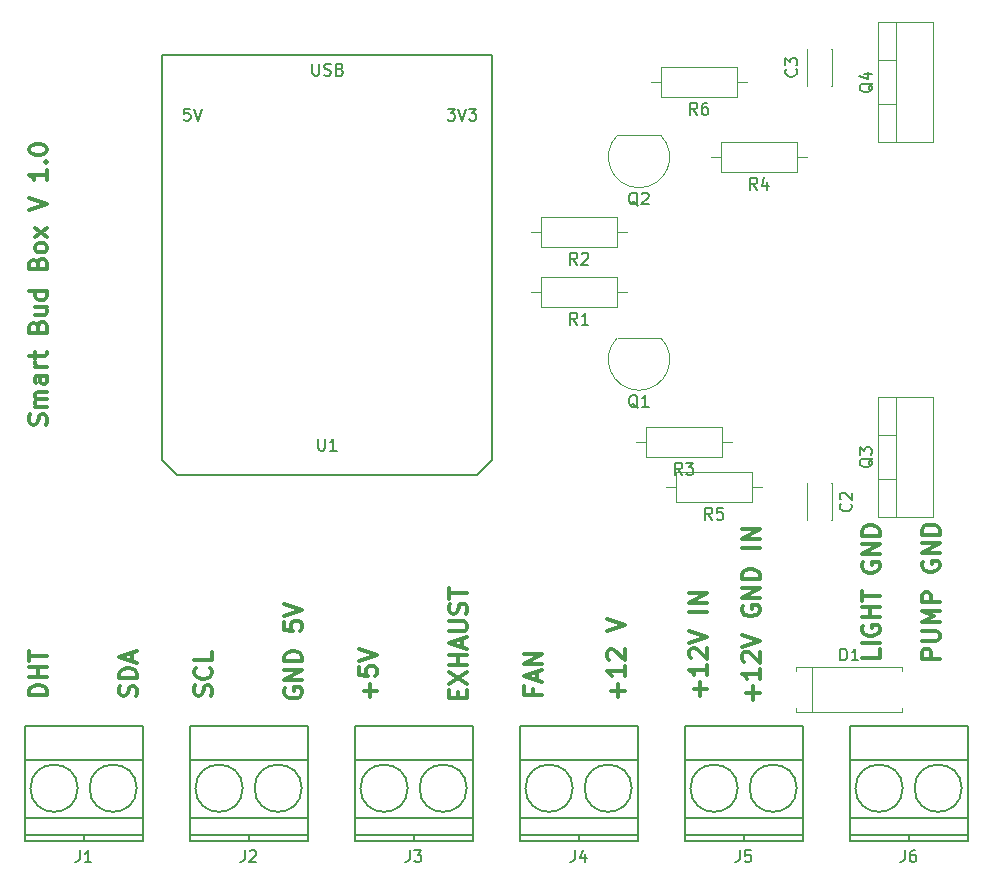
<source format=gto>
G04 #@! TF.FileFunction,Legend,Top*
%FSLAX46Y46*%
G04 Gerber Fmt 4.6, Leading zero omitted, Abs format (unit mm)*
G04 Created by KiCad (PCBNEW 4.0.6) date 08/24/17 20:09:39*
%MOMM*%
%LPD*%
G01*
G04 APERTURE LIST*
%ADD10C,0.100000*%
%ADD11C,0.300000*%
%ADD12C,0.120000*%
%ADD13C,0.150000*%
G04 APERTURE END LIST*
D10*
D11*
X86967143Y-92502142D02*
X87038571Y-92287856D01*
X87038571Y-91930713D01*
X86967143Y-91787856D01*
X86895714Y-91716427D01*
X86752857Y-91644999D01*
X86610000Y-91644999D01*
X86467143Y-91716427D01*
X86395714Y-91787856D01*
X86324286Y-91930713D01*
X86252857Y-92216427D01*
X86181429Y-92359285D01*
X86110000Y-92430713D01*
X85967143Y-92502142D01*
X85824286Y-92502142D01*
X85681429Y-92430713D01*
X85610000Y-92359285D01*
X85538571Y-92216427D01*
X85538571Y-91859285D01*
X85610000Y-91644999D01*
X87038571Y-91002142D02*
X86038571Y-91002142D01*
X86181429Y-91002142D02*
X86110000Y-90930714D01*
X86038571Y-90787856D01*
X86038571Y-90573571D01*
X86110000Y-90430714D01*
X86252857Y-90359285D01*
X87038571Y-90359285D01*
X86252857Y-90359285D02*
X86110000Y-90287856D01*
X86038571Y-90144999D01*
X86038571Y-89930714D01*
X86110000Y-89787856D01*
X86252857Y-89716428D01*
X87038571Y-89716428D01*
X87038571Y-88359285D02*
X86252857Y-88359285D01*
X86110000Y-88430714D01*
X86038571Y-88573571D01*
X86038571Y-88859285D01*
X86110000Y-89002142D01*
X86967143Y-88359285D02*
X87038571Y-88502142D01*
X87038571Y-88859285D01*
X86967143Y-89002142D01*
X86824286Y-89073571D01*
X86681429Y-89073571D01*
X86538571Y-89002142D01*
X86467143Y-88859285D01*
X86467143Y-88502142D01*
X86395714Y-88359285D01*
X87038571Y-87644999D02*
X86038571Y-87644999D01*
X86324286Y-87644999D02*
X86181429Y-87573571D01*
X86110000Y-87502142D01*
X86038571Y-87359285D01*
X86038571Y-87216428D01*
X86038571Y-86930714D02*
X86038571Y-86359285D01*
X85538571Y-86716428D02*
X86824286Y-86716428D01*
X86967143Y-86645000D01*
X87038571Y-86502142D01*
X87038571Y-86359285D01*
X86252857Y-84216428D02*
X86324286Y-84002142D01*
X86395714Y-83930714D01*
X86538571Y-83859285D01*
X86752857Y-83859285D01*
X86895714Y-83930714D01*
X86967143Y-84002142D01*
X87038571Y-84145000D01*
X87038571Y-84716428D01*
X85538571Y-84716428D01*
X85538571Y-84216428D01*
X85610000Y-84073571D01*
X85681429Y-84002142D01*
X85824286Y-83930714D01*
X85967143Y-83930714D01*
X86110000Y-84002142D01*
X86181429Y-84073571D01*
X86252857Y-84216428D01*
X86252857Y-84716428D01*
X86038571Y-82573571D02*
X87038571Y-82573571D01*
X86038571Y-83216428D02*
X86824286Y-83216428D01*
X86967143Y-83145000D01*
X87038571Y-83002142D01*
X87038571Y-82787857D01*
X86967143Y-82645000D01*
X86895714Y-82573571D01*
X87038571Y-81216428D02*
X85538571Y-81216428D01*
X86967143Y-81216428D02*
X87038571Y-81359285D01*
X87038571Y-81644999D01*
X86967143Y-81787857D01*
X86895714Y-81859285D01*
X86752857Y-81930714D01*
X86324286Y-81930714D01*
X86181429Y-81859285D01*
X86110000Y-81787857D01*
X86038571Y-81644999D01*
X86038571Y-81359285D01*
X86110000Y-81216428D01*
X86252857Y-78859285D02*
X86324286Y-78644999D01*
X86395714Y-78573571D01*
X86538571Y-78502142D01*
X86752857Y-78502142D01*
X86895714Y-78573571D01*
X86967143Y-78644999D01*
X87038571Y-78787857D01*
X87038571Y-79359285D01*
X85538571Y-79359285D01*
X85538571Y-78859285D01*
X85610000Y-78716428D01*
X85681429Y-78644999D01*
X85824286Y-78573571D01*
X85967143Y-78573571D01*
X86110000Y-78644999D01*
X86181429Y-78716428D01*
X86252857Y-78859285D01*
X86252857Y-79359285D01*
X87038571Y-77644999D02*
X86967143Y-77787857D01*
X86895714Y-77859285D01*
X86752857Y-77930714D01*
X86324286Y-77930714D01*
X86181429Y-77859285D01*
X86110000Y-77787857D01*
X86038571Y-77644999D01*
X86038571Y-77430714D01*
X86110000Y-77287857D01*
X86181429Y-77216428D01*
X86324286Y-77144999D01*
X86752857Y-77144999D01*
X86895714Y-77216428D01*
X86967143Y-77287857D01*
X87038571Y-77430714D01*
X87038571Y-77644999D01*
X87038571Y-76644999D02*
X86038571Y-75859285D01*
X86038571Y-76644999D02*
X87038571Y-75859285D01*
X85538571Y-74359285D02*
X87038571Y-73859285D01*
X85538571Y-73359285D01*
X87038571Y-70930714D02*
X87038571Y-71787857D01*
X87038571Y-71359285D02*
X85538571Y-71359285D01*
X85752857Y-71502142D01*
X85895714Y-71645000D01*
X85967143Y-71787857D01*
X86895714Y-70287857D02*
X86967143Y-70216429D01*
X87038571Y-70287857D01*
X86967143Y-70359286D01*
X86895714Y-70287857D01*
X87038571Y-70287857D01*
X85538571Y-69287857D02*
X85538571Y-69145000D01*
X85610000Y-69002143D01*
X85681429Y-68930714D01*
X85824286Y-68859285D01*
X86110000Y-68787857D01*
X86467143Y-68787857D01*
X86752857Y-68859285D01*
X86895714Y-68930714D01*
X86967143Y-69002143D01*
X87038571Y-69145000D01*
X87038571Y-69287857D01*
X86967143Y-69430714D01*
X86895714Y-69502143D01*
X86752857Y-69573571D01*
X86467143Y-69645000D01*
X86110000Y-69645000D01*
X85824286Y-69573571D01*
X85681429Y-69502143D01*
X85610000Y-69430714D01*
X85538571Y-69287857D01*
X162603571Y-112322857D02*
X161103571Y-112322857D01*
X161103571Y-111751429D01*
X161175000Y-111608571D01*
X161246429Y-111537143D01*
X161389286Y-111465714D01*
X161603571Y-111465714D01*
X161746429Y-111537143D01*
X161817857Y-111608571D01*
X161889286Y-111751429D01*
X161889286Y-112322857D01*
X161103571Y-110822857D02*
X162317857Y-110822857D01*
X162460714Y-110751429D01*
X162532143Y-110680000D01*
X162603571Y-110537143D01*
X162603571Y-110251429D01*
X162532143Y-110108571D01*
X162460714Y-110037143D01*
X162317857Y-109965714D01*
X161103571Y-109965714D01*
X162603571Y-109251428D02*
X161103571Y-109251428D01*
X162175000Y-108751428D01*
X161103571Y-108251428D01*
X162603571Y-108251428D01*
X162603571Y-107537142D02*
X161103571Y-107537142D01*
X161103571Y-106965714D01*
X161175000Y-106822856D01*
X161246429Y-106751428D01*
X161389286Y-106679999D01*
X161603571Y-106679999D01*
X161746429Y-106751428D01*
X161817857Y-106822856D01*
X161889286Y-106965714D01*
X161889286Y-107537142D01*
X161175000Y-104108571D02*
X161103571Y-104251428D01*
X161103571Y-104465714D01*
X161175000Y-104679999D01*
X161317857Y-104822857D01*
X161460714Y-104894285D01*
X161746429Y-104965714D01*
X161960714Y-104965714D01*
X162246429Y-104894285D01*
X162389286Y-104822857D01*
X162532143Y-104679999D01*
X162603571Y-104465714D01*
X162603571Y-104322857D01*
X162532143Y-104108571D01*
X162460714Y-104037142D01*
X161960714Y-104037142D01*
X161960714Y-104322857D01*
X162603571Y-103394285D02*
X161103571Y-103394285D01*
X162603571Y-102537142D01*
X161103571Y-102537142D01*
X162603571Y-101822856D02*
X161103571Y-101822856D01*
X161103571Y-101465713D01*
X161175000Y-101251428D01*
X161317857Y-101108570D01*
X161460714Y-101037142D01*
X161746429Y-100965713D01*
X161960714Y-100965713D01*
X162246429Y-101037142D01*
X162389286Y-101108570D01*
X162532143Y-101251428D01*
X162603571Y-101465713D01*
X162603571Y-101822856D01*
X157523571Y-111537143D02*
X157523571Y-112251429D01*
X156023571Y-112251429D01*
X157523571Y-111037143D02*
X156023571Y-111037143D01*
X156095000Y-109537143D02*
X156023571Y-109680000D01*
X156023571Y-109894286D01*
X156095000Y-110108571D01*
X156237857Y-110251429D01*
X156380714Y-110322857D01*
X156666429Y-110394286D01*
X156880714Y-110394286D01*
X157166429Y-110322857D01*
X157309286Y-110251429D01*
X157452143Y-110108571D01*
X157523571Y-109894286D01*
X157523571Y-109751429D01*
X157452143Y-109537143D01*
X157380714Y-109465714D01*
X156880714Y-109465714D01*
X156880714Y-109751429D01*
X157523571Y-108822857D02*
X156023571Y-108822857D01*
X156737857Y-108822857D02*
X156737857Y-107965714D01*
X157523571Y-107965714D02*
X156023571Y-107965714D01*
X156023571Y-107465714D02*
X156023571Y-106608571D01*
X157523571Y-107037142D02*
X156023571Y-107037142D01*
X156095000Y-104180000D02*
X156023571Y-104322857D01*
X156023571Y-104537143D01*
X156095000Y-104751428D01*
X156237857Y-104894286D01*
X156380714Y-104965714D01*
X156666429Y-105037143D01*
X156880714Y-105037143D01*
X157166429Y-104965714D01*
X157309286Y-104894286D01*
X157452143Y-104751428D01*
X157523571Y-104537143D01*
X157523571Y-104394286D01*
X157452143Y-104180000D01*
X157380714Y-104108571D01*
X156880714Y-104108571D01*
X156880714Y-104394286D01*
X157523571Y-103465714D02*
X156023571Y-103465714D01*
X157523571Y-102608571D01*
X156023571Y-102608571D01*
X157523571Y-101894285D02*
X156023571Y-101894285D01*
X156023571Y-101537142D01*
X156095000Y-101322857D01*
X156237857Y-101179999D01*
X156380714Y-101108571D01*
X156666429Y-101037142D01*
X156880714Y-101037142D01*
X157166429Y-101108571D01*
X157309286Y-101179999D01*
X157452143Y-101322857D01*
X157523571Y-101537142D01*
X157523571Y-101894285D01*
X146792143Y-115799285D02*
X146792143Y-114656428D01*
X147363571Y-115227857D02*
X146220714Y-115227857D01*
X147363571Y-113156428D02*
X147363571Y-114013571D01*
X147363571Y-113584999D02*
X145863571Y-113584999D01*
X146077857Y-113727856D01*
X146220714Y-113870714D01*
X146292143Y-114013571D01*
X146006429Y-112585000D02*
X145935000Y-112513571D01*
X145863571Y-112370714D01*
X145863571Y-112013571D01*
X145935000Y-111870714D01*
X146006429Y-111799285D01*
X146149286Y-111727857D01*
X146292143Y-111727857D01*
X146506429Y-111799285D01*
X147363571Y-112656428D01*
X147363571Y-111727857D01*
X145863571Y-111299286D02*
X147363571Y-110799286D01*
X145863571Y-110299286D01*
X145935000Y-107870715D02*
X145863571Y-108013572D01*
X145863571Y-108227858D01*
X145935000Y-108442143D01*
X146077857Y-108585001D01*
X146220714Y-108656429D01*
X146506429Y-108727858D01*
X146720714Y-108727858D01*
X147006429Y-108656429D01*
X147149286Y-108585001D01*
X147292143Y-108442143D01*
X147363571Y-108227858D01*
X147363571Y-108085001D01*
X147292143Y-107870715D01*
X147220714Y-107799286D01*
X146720714Y-107799286D01*
X146720714Y-108085001D01*
X147363571Y-107156429D02*
X145863571Y-107156429D01*
X147363571Y-106299286D01*
X145863571Y-106299286D01*
X147363571Y-105585000D02*
X145863571Y-105585000D01*
X145863571Y-105227857D01*
X145935000Y-105013572D01*
X146077857Y-104870714D01*
X146220714Y-104799286D01*
X146506429Y-104727857D01*
X146720714Y-104727857D01*
X147006429Y-104799286D01*
X147149286Y-104870714D01*
X147292143Y-105013572D01*
X147363571Y-105227857D01*
X147363571Y-105585000D01*
X147363571Y-102942143D02*
X145863571Y-102942143D01*
X147363571Y-102227857D02*
X145863571Y-102227857D01*
X147363571Y-101370714D01*
X145863571Y-101370714D01*
X142347143Y-115482142D02*
X142347143Y-114339285D01*
X142918571Y-114910714D02*
X141775714Y-114910714D01*
X142918571Y-112839285D02*
X142918571Y-113696428D01*
X142918571Y-113267856D02*
X141418571Y-113267856D01*
X141632857Y-113410713D01*
X141775714Y-113553571D01*
X141847143Y-113696428D01*
X141561429Y-112267857D02*
X141490000Y-112196428D01*
X141418571Y-112053571D01*
X141418571Y-111696428D01*
X141490000Y-111553571D01*
X141561429Y-111482142D01*
X141704286Y-111410714D01*
X141847143Y-111410714D01*
X142061429Y-111482142D01*
X142918571Y-112339285D01*
X142918571Y-111410714D01*
X141418571Y-110982143D02*
X142918571Y-110482143D01*
X141418571Y-109982143D01*
X142918571Y-108339286D02*
X141418571Y-108339286D01*
X142918571Y-107625000D02*
X141418571Y-107625000D01*
X142918571Y-106767857D01*
X141418571Y-106767857D01*
X135362143Y-115609285D02*
X135362143Y-114466428D01*
X135933571Y-115037857D02*
X134790714Y-115037857D01*
X135933571Y-112966428D02*
X135933571Y-113823571D01*
X135933571Y-113394999D02*
X134433571Y-113394999D01*
X134647857Y-113537856D01*
X134790714Y-113680714D01*
X134862143Y-113823571D01*
X134576429Y-112395000D02*
X134505000Y-112323571D01*
X134433571Y-112180714D01*
X134433571Y-111823571D01*
X134505000Y-111680714D01*
X134576429Y-111609285D01*
X134719286Y-111537857D01*
X134862143Y-111537857D01*
X135076429Y-111609285D01*
X135933571Y-112466428D01*
X135933571Y-111537857D01*
X134433571Y-109966429D02*
X135933571Y-109466429D01*
X134433571Y-108966429D01*
X128162857Y-114879285D02*
X128162857Y-115379285D01*
X128948571Y-115379285D02*
X127448571Y-115379285D01*
X127448571Y-114664999D01*
X128520000Y-114165000D02*
X128520000Y-113450714D01*
X128948571Y-114307857D02*
X127448571Y-113807857D01*
X128948571Y-113307857D01*
X128948571Y-112807857D02*
X127448571Y-112807857D01*
X128948571Y-111950714D01*
X127448571Y-111950714D01*
X121812857Y-115660714D02*
X121812857Y-115160714D01*
X122598571Y-114946428D02*
X122598571Y-115660714D01*
X121098571Y-115660714D01*
X121098571Y-114946428D01*
X121098571Y-114446428D02*
X122598571Y-113446428D01*
X121098571Y-113446428D02*
X122598571Y-114446428D01*
X122598571Y-112875000D02*
X121098571Y-112875000D01*
X121812857Y-112875000D02*
X121812857Y-112017857D01*
X122598571Y-112017857D02*
X121098571Y-112017857D01*
X122170000Y-111375000D02*
X122170000Y-110660714D01*
X122598571Y-111517857D02*
X121098571Y-111017857D01*
X122598571Y-110517857D01*
X121098571Y-110017857D02*
X122312857Y-110017857D01*
X122455714Y-109946429D01*
X122527143Y-109875000D01*
X122598571Y-109732143D01*
X122598571Y-109446429D01*
X122527143Y-109303571D01*
X122455714Y-109232143D01*
X122312857Y-109160714D01*
X121098571Y-109160714D01*
X122527143Y-108517857D02*
X122598571Y-108303571D01*
X122598571Y-107946428D01*
X122527143Y-107803571D01*
X122455714Y-107732142D01*
X122312857Y-107660714D01*
X122170000Y-107660714D01*
X122027143Y-107732142D01*
X121955714Y-107803571D01*
X121884286Y-107946428D01*
X121812857Y-108232142D01*
X121741429Y-108375000D01*
X121670000Y-108446428D01*
X121527143Y-108517857D01*
X121384286Y-108517857D01*
X121241429Y-108446428D01*
X121170000Y-108375000D01*
X121098571Y-108232142D01*
X121098571Y-107875000D01*
X121170000Y-107660714D01*
X121098571Y-107232143D02*
X121098571Y-106375000D01*
X122598571Y-106803571D02*
X121098571Y-106803571D01*
X114407143Y-115593571D02*
X114407143Y-114450714D01*
X114978571Y-115022143D02*
X113835714Y-115022143D01*
X113478571Y-113022142D02*
X113478571Y-113736428D01*
X114192857Y-113807857D01*
X114121429Y-113736428D01*
X114050000Y-113593571D01*
X114050000Y-113236428D01*
X114121429Y-113093571D01*
X114192857Y-113022142D01*
X114335714Y-112950714D01*
X114692857Y-112950714D01*
X114835714Y-113022142D01*
X114907143Y-113093571D01*
X114978571Y-113236428D01*
X114978571Y-113593571D01*
X114907143Y-113736428D01*
X114835714Y-113807857D01*
X113478571Y-112522143D02*
X114978571Y-112022143D01*
X113478571Y-111522143D01*
X107200000Y-114831428D02*
X107128571Y-114974285D01*
X107128571Y-115188571D01*
X107200000Y-115402856D01*
X107342857Y-115545714D01*
X107485714Y-115617142D01*
X107771429Y-115688571D01*
X107985714Y-115688571D01*
X108271429Y-115617142D01*
X108414286Y-115545714D01*
X108557143Y-115402856D01*
X108628571Y-115188571D01*
X108628571Y-115045714D01*
X108557143Y-114831428D01*
X108485714Y-114759999D01*
X107985714Y-114759999D01*
X107985714Y-115045714D01*
X108628571Y-114117142D02*
X107128571Y-114117142D01*
X108628571Y-113259999D01*
X107128571Y-113259999D01*
X108628571Y-112545713D02*
X107128571Y-112545713D01*
X107128571Y-112188570D01*
X107200000Y-111974285D01*
X107342857Y-111831427D01*
X107485714Y-111759999D01*
X107771429Y-111688570D01*
X107985714Y-111688570D01*
X108271429Y-111759999D01*
X108414286Y-111831427D01*
X108557143Y-111974285D01*
X108628571Y-112188570D01*
X108628571Y-112545713D01*
X107128571Y-109188570D02*
X107128571Y-109902856D01*
X107842857Y-109974285D01*
X107771429Y-109902856D01*
X107700000Y-109759999D01*
X107700000Y-109402856D01*
X107771429Y-109259999D01*
X107842857Y-109188570D01*
X107985714Y-109117142D01*
X108342857Y-109117142D01*
X108485714Y-109188570D01*
X108557143Y-109259999D01*
X108628571Y-109402856D01*
X108628571Y-109759999D01*
X108557143Y-109902856D01*
X108485714Y-109974285D01*
X107128571Y-108688571D02*
X108628571Y-108188571D01*
X107128571Y-107688571D01*
X100937143Y-115450714D02*
X101008571Y-115236428D01*
X101008571Y-114879285D01*
X100937143Y-114736428D01*
X100865714Y-114664999D01*
X100722857Y-114593571D01*
X100580000Y-114593571D01*
X100437143Y-114664999D01*
X100365714Y-114736428D01*
X100294286Y-114879285D01*
X100222857Y-115164999D01*
X100151429Y-115307857D01*
X100080000Y-115379285D01*
X99937143Y-115450714D01*
X99794286Y-115450714D01*
X99651429Y-115379285D01*
X99580000Y-115307857D01*
X99508571Y-115164999D01*
X99508571Y-114807857D01*
X99580000Y-114593571D01*
X100865714Y-113093571D02*
X100937143Y-113165000D01*
X101008571Y-113379286D01*
X101008571Y-113522143D01*
X100937143Y-113736428D01*
X100794286Y-113879286D01*
X100651429Y-113950714D01*
X100365714Y-114022143D01*
X100151429Y-114022143D01*
X99865714Y-113950714D01*
X99722857Y-113879286D01*
X99580000Y-113736428D01*
X99508571Y-113522143D01*
X99508571Y-113379286D01*
X99580000Y-113165000D01*
X99651429Y-113093571D01*
X101008571Y-111736428D02*
X101008571Y-112450714D01*
X99508571Y-112450714D01*
X94587143Y-115486428D02*
X94658571Y-115272142D01*
X94658571Y-114914999D01*
X94587143Y-114772142D01*
X94515714Y-114700713D01*
X94372857Y-114629285D01*
X94230000Y-114629285D01*
X94087143Y-114700713D01*
X94015714Y-114772142D01*
X93944286Y-114914999D01*
X93872857Y-115200713D01*
X93801429Y-115343571D01*
X93730000Y-115414999D01*
X93587143Y-115486428D01*
X93444286Y-115486428D01*
X93301429Y-115414999D01*
X93230000Y-115343571D01*
X93158571Y-115200713D01*
X93158571Y-114843571D01*
X93230000Y-114629285D01*
X94658571Y-113986428D02*
X93158571Y-113986428D01*
X93158571Y-113629285D01*
X93230000Y-113415000D01*
X93372857Y-113272142D01*
X93515714Y-113200714D01*
X93801429Y-113129285D01*
X94015714Y-113129285D01*
X94301429Y-113200714D01*
X94444286Y-113272142D01*
X94587143Y-113415000D01*
X94658571Y-113629285D01*
X94658571Y-113986428D01*
X94230000Y-112557857D02*
X94230000Y-111843571D01*
X94658571Y-112700714D02*
X93158571Y-112200714D01*
X94658571Y-111700714D01*
X87038571Y-115415000D02*
X85538571Y-115415000D01*
X85538571Y-115057857D01*
X85610000Y-114843572D01*
X85752857Y-114700714D01*
X85895714Y-114629286D01*
X86181429Y-114557857D01*
X86395714Y-114557857D01*
X86681429Y-114629286D01*
X86824286Y-114700714D01*
X86967143Y-114843572D01*
X87038571Y-115057857D01*
X87038571Y-115415000D01*
X87038571Y-113915000D02*
X85538571Y-113915000D01*
X86252857Y-113915000D02*
X86252857Y-113057857D01*
X87038571Y-113057857D02*
X85538571Y-113057857D01*
X85538571Y-112557857D02*
X85538571Y-111700714D01*
X87038571Y-112129285D02*
X85538571Y-112129285D01*
D12*
X153460000Y-97480000D02*
X153460000Y-100600000D01*
X151340000Y-97480000D02*
X151340000Y-100600000D01*
X153460000Y-97480000D02*
X153396000Y-97480000D01*
X151404000Y-97480000D02*
X151340000Y-97480000D01*
X153460000Y-100600000D02*
X153396000Y-100600000D01*
X151404000Y-100600000D02*
X151340000Y-100600000D01*
X151340000Y-63810000D02*
X151340000Y-60690000D01*
X153460000Y-63810000D02*
X153460000Y-60690000D01*
X151340000Y-63810000D02*
X151404000Y-63810000D01*
X153396000Y-63810000D02*
X153460000Y-63810000D01*
X151340000Y-60690000D02*
X151404000Y-60690000D01*
X153396000Y-60690000D02*
X153460000Y-60690000D01*
X150430000Y-113355000D02*
X150430000Y-113025000D01*
X150430000Y-113025000D02*
X159450000Y-113025000D01*
X159450000Y-113025000D02*
X159450000Y-113355000D01*
X150430000Y-116515000D02*
X150430000Y-116845000D01*
X150430000Y-116845000D02*
X159450000Y-116845000D01*
X159450000Y-116845000D02*
X159450000Y-116515000D01*
X151825000Y-113025000D02*
X151825000Y-116845000D01*
D13*
X90130000Y-127290000D02*
X90130000Y-127790000D01*
X94630000Y-123290000D02*
G75*
G03X94630000Y-123290000I-2000000J0D01*
G01*
X89630000Y-123290000D02*
G75*
G03X89630000Y-123290000I-2000000J0D01*
G01*
X85130000Y-125790000D02*
X95130000Y-125790000D01*
X85130000Y-120890000D02*
X95130000Y-120890000D01*
X85130000Y-127290000D02*
X95130000Y-127290000D01*
X85130000Y-127790000D02*
X95130000Y-127790000D01*
X95130000Y-127790000D02*
X95130000Y-117990000D01*
X95130000Y-117990000D02*
X85130000Y-117990000D01*
X85130000Y-117990000D02*
X85130000Y-127790000D01*
X104100000Y-127290000D02*
X104100000Y-127790000D01*
X108600000Y-123290000D02*
G75*
G03X108600000Y-123290000I-2000000J0D01*
G01*
X103600000Y-123290000D02*
G75*
G03X103600000Y-123290000I-2000000J0D01*
G01*
X99100000Y-125790000D02*
X109100000Y-125790000D01*
X99100000Y-120890000D02*
X109100000Y-120890000D01*
X99100000Y-127290000D02*
X109100000Y-127290000D01*
X99100000Y-127790000D02*
X109100000Y-127790000D01*
X109100000Y-127790000D02*
X109100000Y-117990000D01*
X109100000Y-117990000D02*
X99100000Y-117990000D01*
X99100000Y-117990000D02*
X99100000Y-127790000D01*
X118070000Y-127290000D02*
X118070000Y-127790000D01*
X122570000Y-123290000D02*
G75*
G03X122570000Y-123290000I-2000000J0D01*
G01*
X117570000Y-123290000D02*
G75*
G03X117570000Y-123290000I-2000000J0D01*
G01*
X113070000Y-125790000D02*
X123070000Y-125790000D01*
X113070000Y-120890000D02*
X123070000Y-120890000D01*
X113070000Y-127290000D02*
X123070000Y-127290000D01*
X113070000Y-127790000D02*
X123070000Y-127790000D01*
X123070000Y-127790000D02*
X123070000Y-117990000D01*
X123070000Y-117990000D02*
X113070000Y-117990000D01*
X113070000Y-117990000D02*
X113070000Y-127790000D01*
X132040000Y-127290000D02*
X132040000Y-127790000D01*
X136540000Y-123290000D02*
G75*
G03X136540000Y-123290000I-2000000J0D01*
G01*
X131540000Y-123290000D02*
G75*
G03X131540000Y-123290000I-2000000J0D01*
G01*
X127040000Y-125790000D02*
X137040000Y-125790000D01*
X127040000Y-120890000D02*
X137040000Y-120890000D01*
X127040000Y-127290000D02*
X137040000Y-127290000D01*
X127040000Y-127790000D02*
X137040000Y-127790000D01*
X137040000Y-127790000D02*
X137040000Y-117990000D01*
X137040000Y-117990000D02*
X127040000Y-117990000D01*
X127040000Y-117990000D02*
X127040000Y-127790000D01*
X146010000Y-127290000D02*
X146010000Y-127790000D01*
X150510000Y-123290000D02*
G75*
G03X150510000Y-123290000I-2000000J0D01*
G01*
X145510000Y-123290000D02*
G75*
G03X145510000Y-123290000I-2000000J0D01*
G01*
X141010000Y-125790000D02*
X151010000Y-125790000D01*
X141010000Y-120890000D02*
X151010000Y-120890000D01*
X141010000Y-127290000D02*
X151010000Y-127290000D01*
X141010000Y-127790000D02*
X151010000Y-127790000D01*
X151010000Y-127790000D02*
X151010000Y-117990000D01*
X151010000Y-117990000D02*
X141010000Y-117990000D01*
X141010000Y-117990000D02*
X141010000Y-127790000D01*
X159980000Y-127290000D02*
X159980000Y-127790000D01*
X164480000Y-123290000D02*
G75*
G03X164480000Y-123290000I-2000000J0D01*
G01*
X159480000Y-123290000D02*
G75*
G03X159480000Y-123290000I-2000000J0D01*
G01*
X154980000Y-125790000D02*
X164980000Y-125790000D01*
X154980000Y-120890000D02*
X164980000Y-120890000D01*
X154980000Y-127290000D02*
X164980000Y-127290000D01*
X154980000Y-127790000D02*
X164980000Y-127790000D01*
X164980000Y-127790000D02*
X164980000Y-117990000D01*
X164980000Y-117990000D02*
X154980000Y-117990000D01*
X154980000Y-117990000D02*
X154980000Y-127790000D01*
D12*
X138960000Y-85145000D02*
X135360000Y-85145000D01*
X138998478Y-85156522D02*
G75*
G02X137160000Y-89595000I-1838478J-1838478D01*
G01*
X135321522Y-85156522D02*
G75*
G03X137160000Y-89595000I1838478J-1838478D01*
G01*
X138960000Y-68000000D02*
X135360000Y-68000000D01*
X138998478Y-68011522D02*
G75*
G02X137160000Y-72450000I-1838478J-1838478D01*
G01*
X135321522Y-68011522D02*
G75*
G03X137160000Y-72450000I1838478J-1838478D01*
G01*
X157400000Y-100370000D02*
X157400000Y-90130000D01*
X162041000Y-100370000D02*
X162041000Y-90130000D01*
X157400000Y-100370000D02*
X162041000Y-100370000D01*
X157400000Y-90130000D02*
X162041000Y-90130000D01*
X158910000Y-100370000D02*
X158910000Y-90130000D01*
X157400000Y-97100000D02*
X158910000Y-97100000D01*
X157400000Y-93399000D02*
X158910000Y-93399000D01*
X157400000Y-68620000D02*
X157400000Y-58380000D01*
X162041000Y-68620000D02*
X162041000Y-58380000D01*
X157400000Y-68620000D02*
X162041000Y-68620000D01*
X157400000Y-58380000D02*
X162041000Y-58380000D01*
X158910000Y-68620000D02*
X158910000Y-58380000D01*
X157400000Y-65350000D02*
X158910000Y-65350000D01*
X157400000Y-61649000D02*
X158910000Y-61649000D01*
X135290000Y-82590000D02*
X135290000Y-79970000D01*
X135290000Y-79970000D02*
X128870000Y-79970000D01*
X128870000Y-79970000D02*
X128870000Y-82590000D01*
X128870000Y-82590000D02*
X135290000Y-82590000D01*
X136180000Y-81280000D02*
X135290000Y-81280000D01*
X127980000Y-81280000D02*
X128870000Y-81280000D01*
X135290000Y-77510000D02*
X135290000Y-74890000D01*
X135290000Y-74890000D02*
X128870000Y-74890000D01*
X128870000Y-74890000D02*
X128870000Y-77510000D01*
X128870000Y-77510000D02*
X135290000Y-77510000D01*
X136180000Y-76200000D02*
X135290000Y-76200000D01*
X127980000Y-76200000D02*
X128870000Y-76200000D01*
X144180000Y-95290000D02*
X144180000Y-92670000D01*
X144180000Y-92670000D02*
X137760000Y-92670000D01*
X137760000Y-92670000D02*
X137760000Y-95290000D01*
X137760000Y-95290000D02*
X144180000Y-95290000D01*
X145070000Y-93980000D02*
X144180000Y-93980000D01*
X136870000Y-93980000D02*
X137760000Y-93980000D01*
X150530000Y-71160000D02*
X150530000Y-68540000D01*
X150530000Y-68540000D02*
X144110000Y-68540000D01*
X144110000Y-68540000D02*
X144110000Y-71160000D01*
X144110000Y-71160000D02*
X150530000Y-71160000D01*
X151420000Y-69850000D02*
X150530000Y-69850000D01*
X143220000Y-69850000D02*
X144110000Y-69850000D01*
X146720000Y-99100000D02*
X146720000Y-96480000D01*
X146720000Y-96480000D02*
X140300000Y-96480000D01*
X140300000Y-96480000D02*
X140300000Y-99100000D01*
X140300000Y-99100000D02*
X146720000Y-99100000D01*
X147610000Y-97790000D02*
X146720000Y-97790000D01*
X139410000Y-97790000D02*
X140300000Y-97790000D01*
X145450000Y-64810000D02*
X145450000Y-62190000D01*
X145450000Y-62190000D02*
X139030000Y-62190000D01*
X139030000Y-62190000D02*
X139030000Y-64810000D01*
X139030000Y-64810000D02*
X145450000Y-64810000D01*
X146340000Y-63500000D02*
X145450000Y-63500000D01*
X138140000Y-63500000D02*
X139030000Y-63500000D01*
D13*
X96795001Y-61235001D02*
X96795001Y-95525001D01*
X124735001Y-61235001D02*
X124735001Y-95525001D01*
X123465001Y-96795001D02*
X98065001Y-96795001D01*
X124735001Y-95525001D02*
X123465001Y-96795001D01*
X96795001Y-95525001D02*
X98065001Y-96795001D01*
X96795001Y-61235001D02*
X124735001Y-61235001D01*
X155067143Y-99206666D02*
X155114762Y-99254285D01*
X155162381Y-99397142D01*
X155162381Y-99492380D01*
X155114762Y-99635238D01*
X155019524Y-99730476D01*
X154924286Y-99778095D01*
X154733810Y-99825714D01*
X154590952Y-99825714D01*
X154400476Y-99778095D01*
X154305238Y-99730476D01*
X154210000Y-99635238D01*
X154162381Y-99492380D01*
X154162381Y-99397142D01*
X154210000Y-99254285D01*
X154257619Y-99206666D01*
X154257619Y-98825714D02*
X154210000Y-98778095D01*
X154162381Y-98682857D01*
X154162381Y-98444761D01*
X154210000Y-98349523D01*
X154257619Y-98301904D01*
X154352857Y-98254285D01*
X154448095Y-98254285D01*
X154590952Y-98301904D01*
X155162381Y-98873333D01*
X155162381Y-98254285D01*
X150447143Y-62416666D02*
X150494762Y-62464285D01*
X150542381Y-62607142D01*
X150542381Y-62702380D01*
X150494762Y-62845238D01*
X150399524Y-62940476D01*
X150304286Y-62988095D01*
X150113810Y-63035714D01*
X149970952Y-63035714D01*
X149780476Y-62988095D01*
X149685238Y-62940476D01*
X149590000Y-62845238D01*
X149542381Y-62702380D01*
X149542381Y-62607142D01*
X149590000Y-62464285D01*
X149637619Y-62416666D01*
X149542381Y-62083333D02*
X149542381Y-61464285D01*
X149923333Y-61797619D01*
X149923333Y-61654761D01*
X149970952Y-61559523D01*
X150018571Y-61511904D01*
X150113810Y-61464285D01*
X150351905Y-61464285D01*
X150447143Y-61511904D01*
X150494762Y-61559523D01*
X150542381Y-61654761D01*
X150542381Y-61940476D01*
X150494762Y-62035714D01*
X150447143Y-62083333D01*
X154201905Y-112477381D02*
X154201905Y-111477381D01*
X154440000Y-111477381D01*
X154582858Y-111525000D01*
X154678096Y-111620238D01*
X154725715Y-111715476D01*
X154773334Y-111905952D01*
X154773334Y-112048810D01*
X154725715Y-112239286D01*
X154678096Y-112334524D01*
X154582858Y-112429762D01*
X154440000Y-112477381D01*
X154201905Y-112477381D01*
X155725715Y-112477381D02*
X155154286Y-112477381D01*
X155440000Y-112477381D02*
X155440000Y-111477381D01*
X155344762Y-111620238D01*
X155249524Y-111715476D01*
X155154286Y-111763095D01*
X89796667Y-128542381D02*
X89796667Y-129256667D01*
X89749047Y-129399524D01*
X89653809Y-129494762D01*
X89510952Y-129542381D01*
X89415714Y-129542381D01*
X90796667Y-129542381D02*
X90225238Y-129542381D01*
X90510952Y-129542381D02*
X90510952Y-128542381D01*
X90415714Y-128685238D01*
X90320476Y-128780476D01*
X90225238Y-128828095D01*
X103766667Y-128542381D02*
X103766667Y-129256667D01*
X103719047Y-129399524D01*
X103623809Y-129494762D01*
X103480952Y-129542381D01*
X103385714Y-129542381D01*
X104195238Y-128637619D02*
X104242857Y-128590000D01*
X104338095Y-128542381D01*
X104576191Y-128542381D01*
X104671429Y-128590000D01*
X104719048Y-128637619D01*
X104766667Y-128732857D01*
X104766667Y-128828095D01*
X104719048Y-128970952D01*
X104147619Y-129542381D01*
X104766667Y-129542381D01*
X117736667Y-128542381D02*
X117736667Y-129256667D01*
X117689047Y-129399524D01*
X117593809Y-129494762D01*
X117450952Y-129542381D01*
X117355714Y-129542381D01*
X118117619Y-128542381D02*
X118736667Y-128542381D01*
X118403333Y-128923333D01*
X118546191Y-128923333D01*
X118641429Y-128970952D01*
X118689048Y-129018571D01*
X118736667Y-129113810D01*
X118736667Y-129351905D01*
X118689048Y-129447143D01*
X118641429Y-129494762D01*
X118546191Y-129542381D01*
X118260476Y-129542381D01*
X118165238Y-129494762D01*
X118117619Y-129447143D01*
X131706667Y-128542381D02*
X131706667Y-129256667D01*
X131659047Y-129399524D01*
X131563809Y-129494762D01*
X131420952Y-129542381D01*
X131325714Y-129542381D01*
X132611429Y-128875714D02*
X132611429Y-129542381D01*
X132373333Y-128494762D02*
X132135238Y-129209048D01*
X132754286Y-129209048D01*
X145676667Y-128542381D02*
X145676667Y-129256667D01*
X145629047Y-129399524D01*
X145533809Y-129494762D01*
X145390952Y-129542381D01*
X145295714Y-129542381D01*
X146629048Y-128542381D02*
X146152857Y-128542381D01*
X146105238Y-129018571D01*
X146152857Y-128970952D01*
X146248095Y-128923333D01*
X146486191Y-128923333D01*
X146581429Y-128970952D01*
X146629048Y-129018571D01*
X146676667Y-129113810D01*
X146676667Y-129351905D01*
X146629048Y-129447143D01*
X146581429Y-129494762D01*
X146486191Y-129542381D01*
X146248095Y-129542381D01*
X146152857Y-129494762D01*
X146105238Y-129447143D01*
X159646667Y-128542381D02*
X159646667Y-129256667D01*
X159599047Y-129399524D01*
X159503809Y-129494762D01*
X159360952Y-129542381D01*
X159265714Y-129542381D01*
X160551429Y-128542381D02*
X160360952Y-128542381D01*
X160265714Y-128590000D01*
X160218095Y-128637619D01*
X160122857Y-128780476D01*
X160075238Y-128970952D01*
X160075238Y-129351905D01*
X160122857Y-129447143D01*
X160170476Y-129494762D01*
X160265714Y-129542381D01*
X160456191Y-129542381D01*
X160551429Y-129494762D01*
X160599048Y-129447143D01*
X160646667Y-129351905D01*
X160646667Y-129113810D01*
X160599048Y-129018571D01*
X160551429Y-128970952D01*
X160456191Y-128923333D01*
X160265714Y-128923333D01*
X160170476Y-128970952D01*
X160122857Y-129018571D01*
X160075238Y-129113810D01*
X137064762Y-91102619D02*
X136969524Y-91055000D01*
X136874286Y-90959762D01*
X136731429Y-90816905D01*
X136636190Y-90769286D01*
X136540952Y-90769286D01*
X136588571Y-91007381D02*
X136493333Y-90959762D01*
X136398095Y-90864524D01*
X136350476Y-90674048D01*
X136350476Y-90340714D01*
X136398095Y-90150238D01*
X136493333Y-90055000D01*
X136588571Y-90007381D01*
X136779048Y-90007381D01*
X136874286Y-90055000D01*
X136969524Y-90150238D01*
X137017143Y-90340714D01*
X137017143Y-90674048D01*
X136969524Y-90864524D01*
X136874286Y-90959762D01*
X136779048Y-91007381D01*
X136588571Y-91007381D01*
X137969524Y-91007381D02*
X137398095Y-91007381D01*
X137683809Y-91007381D02*
X137683809Y-90007381D01*
X137588571Y-90150238D01*
X137493333Y-90245476D01*
X137398095Y-90293095D01*
X137064762Y-73957619D02*
X136969524Y-73910000D01*
X136874286Y-73814762D01*
X136731429Y-73671905D01*
X136636190Y-73624286D01*
X136540952Y-73624286D01*
X136588571Y-73862381D02*
X136493333Y-73814762D01*
X136398095Y-73719524D01*
X136350476Y-73529048D01*
X136350476Y-73195714D01*
X136398095Y-73005238D01*
X136493333Y-72910000D01*
X136588571Y-72862381D01*
X136779048Y-72862381D01*
X136874286Y-72910000D01*
X136969524Y-73005238D01*
X137017143Y-73195714D01*
X137017143Y-73529048D01*
X136969524Y-73719524D01*
X136874286Y-73814762D01*
X136779048Y-73862381D01*
X136588571Y-73862381D01*
X137398095Y-72957619D02*
X137445714Y-72910000D01*
X137540952Y-72862381D01*
X137779048Y-72862381D01*
X137874286Y-72910000D01*
X137921905Y-72957619D01*
X137969524Y-73052857D01*
X137969524Y-73148095D01*
X137921905Y-73290952D01*
X137350476Y-73862381D01*
X137969524Y-73862381D01*
X156947619Y-95345238D02*
X156900000Y-95440476D01*
X156804762Y-95535714D01*
X156661905Y-95678571D01*
X156614286Y-95773810D01*
X156614286Y-95869048D01*
X156852381Y-95821429D02*
X156804762Y-95916667D01*
X156709524Y-96011905D01*
X156519048Y-96059524D01*
X156185714Y-96059524D01*
X155995238Y-96011905D01*
X155900000Y-95916667D01*
X155852381Y-95821429D01*
X155852381Y-95630952D01*
X155900000Y-95535714D01*
X155995238Y-95440476D01*
X156185714Y-95392857D01*
X156519048Y-95392857D01*
X156709524Y-95440476D01*
X156804762Y-95535714D01*
X156852381Y-95630952D01*
X156852381Y-95821429D01*
X155852381Y-95059524D02*
X155852381Y-94440476D01*
X156233333Y-94773810D01*
X156233333Y-94630952D01*
X156280952Y-94535714D01*
X156328571Y-94488095D01*
X156423810Y-94440476D01*
X156661905Y-94440476D01*
X156757143Y-94488095D01*
X156804762Y-94535714D01*
X156852381Y-94630952D01*
X156852381Y-94916667D01*
X156804762Y-95011905D01*
X156757143Y-95059524D01*
X156947619Y-63595238D02*
X156900000Y-63690476D01*
X156804762Y-63785714D01*
X156661905Y-63928571D01*
X156614286Y-64023810D01*
X156614286Y-64119048D01*
X156852381Y-64071429D02*
X156804762Y-64166667D01*
X156709524Y-64261905D01*
X156519048Y-64309524D01*
X156185714Y-64309524D01*
X155995238Y-64261905D01*
X155900000Y-64166667D01*
X155852381Y-64071429D01*
X155852381Y-63880952D01*
X155900000Y-63785714D01*
X155995238Y-63690476D01*
X156185714Y-63642857D01*
X156519048Y-63642857D01*
X156709524Y-63690476D01*
X156804762Y-63785714D01*
X156852381Y-63880952D01*
X156852381Y-64071429D01*
X156185714Y-62785714D02*
X156852381Y-62785714D01*
X155804762Y-63023810D02*
X156519048Y-63261905D01*
X156519048Y-62642857D01*
X131913334Y-84042381D02*
X131580000Y-83566190D01*
X131341905Y-84042381D02*
X131341905Y-83042381D01*
X131722858Y-83042381D01*
X131818096Y-83090000D01*
X131865715Y-83137619D01*
X131913334Y-83232857D01*
X131913334Y-83375714D01*
X131865715Y-83470952D01*
X131818096Y-83518571D01*
X131722858Y-83566190D01*
X131341905Y-83566190D01*
X132865715Y-84042381D02*
X132294286Y-84042381D01*
X132580000Y-84042381D02*
X132580000Y-83042381D01*
X132484762Y-83185238D01*
X132389524Y-83280476D01*
X132294286Y-83328095D01*
X131913334Y-78962381D02*
X131580000Y-78486190D01*
X131341905Y-78962381D02*
X131341905Y-77962381D01*
X131722858Y-77962381D01*
X131818096Y-78010000D01*
X131865715Y-78057619D01*
X131913334Y-78152857D01*
X131913334Y-78295714D01*
X131865715Y-78390952D01*
X131818096Y-78438571D01*
X131722858Y-78486190D01*
X131341905Y-78486190D01*
X132294286Y-78057619D02*
X132341905Y-78010000D01*
X132437143Y-77962381D01*
X132675239Y-77962381D01*
X132770477Y-78010000D01*
X132818096Y-78057619D01*
X132865715Y-78152857D01*
X132865715Y-78248095D01*
X132818096Y-78390952D01*
X132246667Y-78962381D01*
X132865715Y-78962381D01*
X140803334Y-96742381D02*
X140470000Y-96266190D01*
X140231905Y-96742381D02*
X140231905Y-95742381D01*
X140612858Y-95742381D01*
X140708096Y-95790000D01*
X140755715Y-95837619D01*
X140803334Y-95932857D01*
X140803334Y-96075714D01*
X140755715Y-96170952D01*
X140708096Y-96218571D01*
X140612858Y-96266190D01*
X140231905Y-96266190D01*
X141136667Y-95742381D02*
X141755715Y-95742381D01*
X141422381Y-96123333D01*
X141565239Y-96123333D01*
X141660477Y-96170952D01*
X141708096Y-96218571D01*
X141755715Y-96313810D01*
X141755715Y-96551905D01*
X141708096Y-96647143D01*
X141660477Y-96694762D01*
X141565239Y-96742381D01*
X141279524Y-96742381D01*
X141184286Y-96694762D01*
X141136667Y-96647143D01*
X147153334Y-72612381D02*
X146820000Y-72136190D01*
X146581905Y-72612381D02*
X146581905Y-71612381D01*
X146962858Y-71612381D01*
X147058096Y-71660000D01*
X147105715Y-71707619D01*
X147153334Y-71802857D01*
X147153334Y-71945714D01*
X147105715Y-72040952D01*
X147058096Y-72088571D01*
X146962858Y-72136190D01*
X146581905Y-72136190D01*
X148010477Y-71945714D02*
X148010477Y-72612381D01*
X147772381Y-71564762D02*
X147534286Y-72279048D01*
X148153334Y-72279048D01*
X143343334Y-100552381D02*
X143010000Y-100076190D01*
X142771905Y-100552381D02*
X142771905Y-99552381D01*
X143152858Y-99552381D01*
X143248096Y-99600000D01*
X143295715Y-99647619D01*
X143343334Y-99742857D01*
X143343334Y-99885714D01*
X143295715Y-99980952D01*
X143248096Y-100028571D01*
X143152858Y-100076190D01*
X142771905Y-100076190D01*
X144248096Y-99552381D02*
X143771905Y-99552381D01*
X143724286Y-100028571D01*
X143771905Y-99980952D01*
X143867143Y-99933333D01*
X144105239Y-99933333D01*
X144200477Y-99980952D01*
X144248096Y-100028571D01*
X144295715Y-100123810D01*
X144295715Y-100361905D01*
X144248096Y-100457143D01*
X144200477Y-100504762D01*
X144105239Y-100552381D01*
X143867143Y-100552381D01*
X143771905Y-100504762D01*
X143724286Y-100457143D01*
X142073334Y-66262381D02*
X141740000Y-65786190D01*
X141501905Y-66262381D02*
X141501905Y-65262381D01*
X141882858Y-65262381D01*
X141978096Y-65310000D01*
X142025715Y-65357619D01*
X142073334Y-65452857D01*
X142073334Y-65595714D01*
X142025715Y-65690952D01*
X141978096Y-65738571D01*
X141882858Y-65786190D01*
X141501905Y-65786190D01*
X142930477Y-65262381D02*
X142740000Y-65262381D01*
X142644762Y-65310000D01*
X142597143Y-65357619D01*
X142501905Y-65500476D01*
X142454286Y-65690952D01*
X142454286Y-66071905D01*
X142501905Y-66167143D01*
X142549524Y-66214762D01*
X142644762Y-66262381D01*
X142835239Y-66262381D01*
X142930477Y-66214762D01*
X142978096Y-66167143D01*
X143025715Y-66071905D01*
X143025715Y-65833810D01*
X142978096Y-65738571D01*
X142930477Y-65690952D01*
X142835239Y-65643333D01*
X142644762Y-65643333D01*
X142549524Y-65690952D01*
X142501905Y-65738571D01*
X142454286Y-65833810D01*
X110003096Y-93707382D02*
X110003096Y-94516906D01*
X110050715Y-94612144D01*
X110098334Y-94659763D01*
X110193572Y-94707382D01*
X110384049Y-94707382D01*
X110479287Y-94659763D01*
X110526906Y-94612144D01*
X110574525Y-94516906D01*
X110574525Y-93707382D01*
X111574525Y-94707382D02*
X111003096Y-94707382D01*
X111288810Y-94707382D02*
X111288810Y-93707382D01*
X111193572Y-93850239D01*
X111098334Y-93945477D01*
X111003096Y-93993096D01*
X109503096Y-61957382D02*
X109503096Y-62766906D01*
X109550715Y-62862144D01*
X109598334Y-62909763D01*
X109693572Y-62957382D01*
X109884049Y-62957382D01*
X109979287Y-62909763D01*
X110026906Y-62862144D01*
X110074525Y-62766906D01*
X110074525Y-61957382D01*
X110503096Y-62909763D02*
X110645953Y-62957382D01*
X110884049Y-62957382D01*
X110979287Y-62909763D01*
X111026906Y-62862144D01*
X111074525Y-62766906D01*
X111074525Y-62671668D01*
X111026906Y-62576430D01*
X110979287Y-62528811D01*
X110884049Y-62481191D01*
X110693572Y-62433572D01*
X110598334Y-62385953D01*
X110550715Y-62338334D01*
X110503096Y-62243096D01*
X110503096Y-62147858D01*
X110550715Y-62052620D01*
X110598334Y-62005001D01*
X110693572Y-61957382D01*
X110931668Y-61957382D01*
X111074525Y-62005001D01*
X111836430Y-62433572D02*
X111979287Y-62481191D01*
X112026906Y-62528811D01*
X112074525Y-62624049D01*
X112074525Y-62766906D01*
X112026906Y-62862144D01*
X111979287Y-62909763D01*
X111884049Y-62957382D01*
X111503096Y-62957382D01*
X111503096Y-61957382D01*
X111836430Y-61957382D01*
X111931668Y-62005001D01*
X111979287Y-62052620D01*
X112026906Y-62147858D01*
X112026906Y-62243096D01*
X111979287Y-62338334D01*
X111931668Y-62385953D01*
X111836430Y-62433572D01*
X111503096Y-62433572D01*
X120956906Y-65767382D02*
X121575954Y-65767382D01*
X121242620Y-66148334D01*
X121385478Y-66148334D01*
X121480716Y-66195953D01*
X121528335Y-66243572D01*
X121575954Y-66338811D01*
X121575954Y-66576906D01*
X121528335Y-66672144D01*
X121480716Y-66719763D01*
X121385478Y-66767382D01*
X121099763Y-66767382D01*
X121004525Y-66719763D01*
X120956906Y-66672144D01*
X121861668Y-65767382D02*
X122195001Y-66767382D01*
X122528335Y-65767382D01*
X122766430Y-65767382D02*
X123385478Y-65767382D01*
X123052144Y-66148334D01*
X123195002Y-66148334D01*
X123290240Y-66195953D01*
X123337859Y-66243572D01*
X123385478Y-66338811D01*
X123385478Y-66576906D01*
X123337859Y-66672144D01*
X123290240Y-66719763D01*
X123195002Y-66767382D01*
X122909287Y-66767382D01*
X122814049Y-66719763D01*
X122766430Y-66672144D01*
X99144525Y-65767382D02*
X98668334Y-65767382D01*
X98620715Y-66243572D01*
X98668334Y-66195953D01*
X98763572Y-66148334D01*
X99001668Y-66148334D01*
X99096906Y-66195953D01*
X99144525Y-66243572D01*
X99192144Y-66338811D01*
X99192144Y-66576906D01*
X99144525Y-66672144D01*
X99096906Y-66719763D01*
X99001668Y-66767382D01*
X98763572Y-66767382D01*
X98668334Y-66719763D01*
X98620715Y-66672144D01*
X99477858Y-65767382D02*
X99811191Y-66767382D01*
X100144525Y-65767382D01*
M02*

</source>
